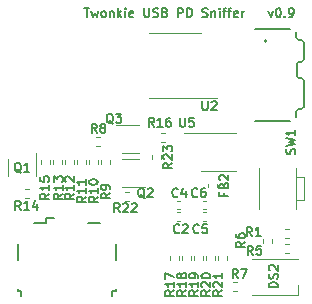
<source format=gto>
%TF.GenerationSoftware,KiCad,Pcbnew,(5.1.7)-1*%
%TF.CreationDate,2020-11-06T21:26:38+01:00*%
%TF.ProjectId,twonkie,74776f6e-6b69-4652-9e6b-696361645f70,rev?*%
%TF.SameCoordinates,PX448d510PY20b3950*%
%TF.FileFunction,Legend,Top*%
%TF.FilePolarity,Positive*%
%FSLAX46Y46*%
G04 Gerber Fmt 4.6, Leading zero omitted, Abs format (unit mm)*
G04 Created by KiCad (PCBNEW (5.1.7)-1) date 2020-11-06 21:26:38*
%MOMM*%
%LPD*%
G01*
G04 APERTURE LIST*
%ADD10C,0.127000*%
%ADD11C,0.120000*%
%ADD12C,0.150000*%
%ADD13C,0.200000*%
G04 APERTURE END LIST*
D10*
X22396450Y-979714D02*
X22577878Y-1487714D01*
X22759307Y-979714D01*
X23194735Y-725714D02*
X23267307Y-725714D01*
X23339878Y-762000D01*
X23376164Y-798285D01*
X23412450Y-870857D01*
X23448735Y-1016000D01*
X23448735Y-1197428D01*
X23412450Y-1342571D01*
X23376164Y-1415142D01*
X23339878Y-1451428D01*
X23267307Y-1487714D01*
X23194735Y-1487714D01*
X23122164Y-1451428D01*
X23085878Y-1415142D01*
X23049592Y-1342571D01*
X23013307Y-1197428D01*
X23013307Y-1016000D01*
X23049592Y-870857D01*
X23085878Y-798285D01*
X23122164Y-762000D01*
X23194735Y-725714D01*
X23775307Y-1415142D02*
X23811592Y-1451428D01*
X23775307Y-1487714D01*
X23739021Y-1451428D01*
X23775307Y-1415142D01*
X23775307Y-1487714D01*
X24174450Y-1487714D02*
X24319592Y-1487714D01*
X24392164Y-1451428D01*
X24428450Y-1415142D01*
X24501021Y-1306285D01*
X24537307Y-1161142D01*
X24537307Y-870857D01*
X24501021Y-798285D01*
X24464735Y-762000D01*
X24392164Y-725714D01*
X24247021Y-725714D01*
X24174450Y-762000D01*
X24138164Y-798285D01*
X24101878Y-870857D01*
X24101878Y-1052285D01*
X24138164Y-1124857D01*
X24174450Y-1161142D01*
X24247021Y-1197428D01*
X24392164Y-1197428D01*
X24464735Y-1161142D01*
X24501021Y-1124857D01*
X24537307Y-1052285D01*
X6803571Y-725714D02*
X7239000Y-725714D01*
X7021285Y-1487714D02*
X7021285Y-725714D01*
X7420428Y-979714D02*
X7565571Y-1487714D01*
X7710714Y-1124857D01*
X7855857Y-1487714D01*
X8001000Y-979714D01*
X8400142Y-1487714D02*
X8327571Y-1451428D01*
X8291285Y-1415142D01*
X8255000Y-1342571D01*
X8255000Y-1124857D01*
X8291285Y-1052285D01*
X8327571Y-1016000D01*
X8400142Y-979714D01*
X8509000Y-979714D01*
X8581571Y-1016000D01*
X8617857Y-1052285D01*
X8654142Y-1124857D01*
X8654142Y-1342571D01*
X8617857Y-1415142D01*
X8581571Y-1451428D01*
X8509000Y-1487714D01*
X8400142Y-1487714D01*
X8980714Y-979714D02*
X8980714Y-1487714D01*
X8980714Y-1052285D02*
X9017000Y-1016000D01*
X9089571Y-979714D01*
X9198428Y-979714D01*
X9271000Y-1016000D01*
X9307285Y-1088571D01*
X9307285Y-1487714D01*
X9670142Y-1487714D02*
X9670142Y-725714D01*
X9742714Y-1197428D02*
X9960428Y-1487714D01*
X9960428Y-979714D02*
X9670142Y-1270000D01*
X10287000Y-1487714D02*
X10287000Y-979714D01*
X10287000Y-725714D02*
X10250714Y-762000D01*
X10287000Y-798285D01*
X10323285Y-762000D01*
X10287000Y-725714D01*
X10287000Y-798285D01*
X10940142Y-1451428D02*
X10867571Y-1487714D01*
X10722428Y-1487714D01*
X10649857Y-1451428D01*
X10613571Y-1378857D01*
X10613571Y-1088571D01*
X10649857Y-1016000D01*
X10722428Y-979714D01*
X10867571Y-979714D01*
X10940142Y-1016000D01*
X10976428Y-1088571D01*
X10976428Y-1161142D01*
X10613571Y-1233714D01*
X11883571Y-725714D02*
X11883571Y-1342571D01*
X11919857Y-1415142D01*
X11956142Y-1451428D01*
X12028714Y-1487714D01*
X12173857Y-1487714D01*
X12246428Y-1451428D01*
X12282714Y-1415142D01*
X12319000Y-1342571D01*
X12319000Y-725714D01*
X12645571Y-1451428D02*
X12754428Y-1487714D01*
X12935857Y-1487714D01*
X13008428Y-1451428D01*
X13044714Y-1415142D01*
X13081000Y-1342571D01*
X13081000Y-1270000D01*
X13044714Y-1197428D01*
X13008428Y-1161142D01*
X12935857Y-1124857D01*
X12790714Y-1088571D01*
X12718142Y-1052285D01*
X12681857Y-1016000D01*
X12645571Y-943428D01*
X12645571Y-870857D01*
X12681857Y-798285D01*
X12718142Y-762000D01*
X12790714Y-725714D01*
X12972142Y-725714D01*
X13081000Y-762000D01*
X13661571Y-1088571D02*
X13770428Y-1124857D01*
X13806714Y-1161142D01*
X13843000Y-1233714D01*
X13843000Y-1342571D01*
X13806714Y-1415142D01*
X13770428Y-1451428D01*
X13697857Y-1487714D01*
X13407571Y-1487714D01*
X13407571Y-725714D01*
X13661571Y-725714D01*
X13734142Y-762000D01*
X13770428Y-798285D01*
X13806714Y-870857D01*
X13806714Y-943428D01*
X13770428Y-1016000D01*
X13734142Y-1052285D01*
X13661571Y-1088571D01*
X13407571Y-1088571D01*
X14750142Y-1487714D02*
X14750142Y-725714D01*
X15040428Y-725714D01*
X15113000Y-762000D01*
X15149285Y-798285D01*
X15185571Y-870857D01*
X15185571Y-979714D01*
X15149285Y-1052285D01*
X15113000Y-1088571D01*
X15040428Y-1124857D01*
X14750142Y-1124857D01*
X15512142Y-1487714D02*
X15512142Y-725714D01*
X15693571Y-725714D01*
X15802428Y-762000D01*
X15875000Y-834571D01*
X15911285Y-907142D01*
X15947571Y-1052285D01*
X15947571Y-1161142D01*
X15911285Y-1306285D01*
X15875000Y-1378857D01*
X15802428Y-1451428D01*
X15693571Y-1487714D01*
X15512142Y-1487714D01*
X16818428Y-1451428D02*
X16927285Y-1487714D01*
X17108714Y-1487714D01*
X17181285Y-1451428D01*
X17217571Y-1415142D01*
X17253857Y-1342571D01*
X17253857Y-1270000D01*
X17217571Y-1197428D01*
X17181285Y-1161142D01*
X17108714Y-1124857D01*
X16963571Y-1088571D01*
X16891000Y-1052285D01*
X16854714Y-1016000D01*
X16818428Y-943428D01*
X16818428Y-870857D01*
X16854714Y-798285D01*
X16891000Y-762000D01*
X16963571Y-725714D01*
X17145000Y-725714D01*
X17253857Y-762000D01*
X17580428Y-979714D02*
X17580428Y-1487714D01*
X17580428Y-1052285D02*
X17616714Y-1016000D01*
X17689285Y-979714D01*
X17798142Y-979714D01*
X17870714Y-1016000D01*
X17907000Y-1088571D01*
X17907000Y-1487714D01*
X18269857Y-1487714D02*
X18269857Y-979714D01*
X18269857Y-725714D02*
X18233571Y-762000D01*
X18269857Y-798285D01*
X18306142Y-762000D01*
X18269857Y-725714D01*
X18269857Y-798285D01*
X18523857Y-979714D02*
X18814142Y-979714D01*
X18632714Y-1487714D02*
X18632714Y-834571D01*
X18669000Y-762000D01*
X18741571Y-725714D01*
X18814142Y-725714D01*
X18959285Y-979714D02*
X19249571Y-979714D01*
X19068142Y-1487714D02*
X19068142Y-834571D01*
X19104428Y-762000D01*
X19177000Y-725714D01*
X19249571Y-725714D01*
X19793857Y-1451428D02*
X19721285Y-1487714D01*
X19576142Y-1487714D01*
X19503571Y-1451428D01*
X19467285Y-1378857D01*
X19467285Y-1088571D01*
X19503571Y-1016000D01*
X19576142Y-979714D01*
X19721285Y-979714D01*
X19793857Y-1016000D01*
X19830142Y-1088571D01*
X19830142Y-1161142D01*
X19467285Y-1233714D01*
X20156714Y-1487714D02*
X20156714Y-979714D01*
X20156714Y-1124857D02*
X20193000Y-1052285D01*
X20229285Y-1016000D01*
X20301857Y-979714D01*
X20374428Y-979714D01*
D11*
%TO.C,Q3*%
X10031500Y-12971000D02*
X11431500Y-12971000D01*
X11431500Y-10651000D02*
X9531500Y-10651000D01*
%TO.C,C2*%
X14641565Y-18736900D02*
X14873235Y-18736900D01*
X14641565Y-18016900D02*
X14873235Y-18016900D01*
%TO.C,C4*%
X14641565Y-17733600D02*
X14873235Y-17733600D01*
X14641565Y-17013600D02*
X14873235Y-17013600D01*
D12*
%TO.C,J3*%
X7134000Y-18936000D02*
X8134000Y-18936000D01*
X3534000Y-18936000D02*
X2534000Y-18936000D01*
X3534000Y-18511000D02*
X3534000Y-18936000D01*
X4259000Y-18511000D02*
X3534000Y-18511000D01*
X9484000Y-22086000D02*
X9484000Y-20686000D01*
X9484000Y-24636000D02*
X9484000Y-24486000D01*
X9184000Y-24636000D02*
X9484000Y-24636000D01*
X9184000Y-25086000D02*
X9184000Y-24636000D01*
X1484000Y-24636000D02*
X1484000Y-25086000D01*
X1184000Y-24636000D02*
X1484000Y-24636000D01*
X1184000Y-24486000D02*
X1184000Y-24636000D01*
X1184000Y-20686000D02*
X1184000Y-22086000D01*
D11*
%TO.C,R14*%
X1800879Y-16763000D02*
X2136121Y-16763000D01*
X1800879Y-16003000D02*
X2136121Y-16003000D01*
%TO.C,R16*%
X13294379Y-12064000D02*
X13629621Y-12064000D01*
X13294379Y-11304000D02*
X13629621Y-11304000D01*
%TO.C,SW1*%
X24727500Y-15052000D02*
X25377500Y-15052000D01*
X25377500Y-15052000D02*
X25377500Y-16952000D01*
X25377500Y-16952000D02*
X24727500Y-16952000D01*
X21627500Y-17752000D02*
X21627500Y-14252000D01*
X24727500Y-14252000D02*
X24727500Y-17752000D01*
D13*
%TO.C,J1*%
X22250000Y-3525000D02*
G75*
G03*
X22250000Y-3525000I-100000J0D01*
G01*
D10*
X24750000Y-9950000D02*
X24750000Y-9500000D01*
X24950000Y-9300000D02*
X25200000Y-9300000D01*
X25400000Y-9100000D02*
X25400000Y-6850000D01*
X25200000Y-6650000D02*
X25000000Y-6650000D01*
X24800000Y-6450000D02*
X24800000Y-5450000D01*
X25000000Y-5250000D02*
X25200000Y-5250000D01*
X25400000Y-5050000D02*
X25400000Y-3600000D01*
X25200000Y-3400000D02*
X24950000Y-3400000D01*
X24750000Y-3200000D02*
X24750000Y-2750000D01*
X24250000Y-10250000D02*
X21250000Y-10250000D01*
X24250000Y-2450000D02*
X21250000Y-2450000D01*
X24950000Y-3400000D02*
G75*
G02*
X24750000Y-3200000I0J200000D01*
G01*
X25400000Y-3600000D02*
G75*
G03*
X25200000Y-3400000I-200000J0D01*
G01*
X25200000Y-5250000D02*
G75*
G03*
X25400000Y-5050000I0J200000D01*
G01*
X24800000Y-5450000D02*
G75*
G02*
X25000000Y-5250000I200000J0D01*
G01*
X25000000Y-6650000D02*
G75*
G02*
X24800000Y-6450000I0J200000D01*
G01*
X25400000Y-6850000D02*
G75*
G03*
X25200000Y-6650000I-200000J0D01*
G01*
X25200000Y-9300000D02*
G75*
G03*
X25400000Y-9100000I0J200000D01*
G01*
X24750000Y-9500000D02*
G75*
G02*
X24950000Y-9300000I200000J0D01*
G01*
D11*
%TO.C,U2*%
X14478000Y-2853000D02*
X12278000Y-2853000D01*
X14478000Y-2853000D02*
X16678000Y-2853000D01*
X14478000Y-8323000D02*
X12278000Y-8323000D01*
X14478000Y-8323000D02*
X18078000Y-8323000D01*
%TO.C,U5*%
X18161000Y-11280500D02*
X15236000Y-11280500D01*
X18161000Y-11280500D02*
X19661000Y-11280500D01*
X18161000Y-14500500D02*
X16661000Y-14500500D01*
X18161000Y-14500500D02*
X19661000Y-14500500D01*
%TO.C,R23*%
X12574000Y-13167379D02*
X12574000Y-13502621D01*
X13334000Y-13167379D02*
X13334000Y-13502621D01*
%TO.C,R22*%
X10581621Y-16257000D02*
X10246379Y-16257000D01*
X10581621Y-17017000D02*
X10246379Y-17017000D01*
%TO.C,R21*%
X18098500Y-21739879D02*
X18098500Y-22075121D01*
X18858500Y-21739879D02*
X18858500Y-22075121D01*
%TO.C,R20*%
X17082500Y-21739879D02*
X17082500Y-22075121D01*
X17842500Y-21739879D02*
X17842500Y-22075121D01*
%TO.C,R19*%
X16066500Y-21739879D02*
X16066500Y-22075121D01*
X16826500Y-21739879D02*
X16826500Y-22075121D01*
%TO.C,R18*%
X15050500Y-21739879D02*
X15050500Y-22075121D01*
X15810500Y-21739879D02*
X15810500Y-22075121D01*
%TO.C,R17*%
X14034500Y-21739879D02*
X14034500Y-22075121D01*
X14794500Y-21739879D02*
X14794500Y-22075121D01*
%TO.C,R15*%
X3112500Y-13548379D02*
X3112500Y-13883621D01*
X3872500Y-13548379D02*
X3872500Y-13883621D01*
%TO.C,R13*%
X4888500Y-13883621D02*
X4888500Y-13548379D01*
X4128500Y-13883621D02*
X4128500Y-13548379D01*
%TO.C,R12*%
X5904500Y-13883621D02*
X5904500Y-13548379D01*
X5144500Y-13883621D02*
X5144500Y-13548379D01*
%TO.C,R11*%
X6920500Y-13883621D02*
X6920500Y-13548379D01*
X6160500Y-13883621D02*
X6160500Y-13548379D01*
%TO.C,R10*%
X7936500Y-13883621D02*
X7936500Y-13548379D01*
X7176500Y-13883621D02*
X7176500Y-13548379D01*
%TO.C,R9*%
X8952500Y-13883621D02*
X8952500Y-13548379D01*
X8192500Y-13883621D02*
X8192500Y-13548379D01*
%TO.C,R8*%
X8105121Y-11621500D02*
X7769879Y-11621500D01*
X8105121Y-12381500D02*
X7769879Y-12381500D01*
%TO.C,R7*%
X19725621Y-23877000D02*
X19390379Y-23877000D01*
X19725621Y-24637000D02*
X19390379Y-24637000D01*
%TO.C,R6*%
X22732000Y-20614621D02*
X22732000Y-20279379D01*
X21972000Y-20614621D02*
X21972000Y-20279379D01*
%TO.C,R5*%
X24170621Y-20702000D02*
X23835379Y-20702000D01*
X24170621Y-21462000D02*
X23835379Y-21462000D01*
%TO.C,R1*%
X23835379Y-20192000D02*
X24170621Y-20192000D01*
X23835379Y-19432000D02*
X24170621Y-19432000D01*
%TO.C,Q2*%
X11431500Y-13508500D02*
X10031500Y-13508500D01*
X10031500Y-15828500D02*
X11931500Y-15828500D01*
%TO.C,Q1*%
X364000Y-13524000D02*
X364000Y-14924000D01*
X2684000Y-14924000D02*
X2684000Y-13024000D01*
%TO.C,FB2*%
X18013000Y-15848200D02*
X18013000Y-15647800D01*
X17293000Y-15848200D02*
X17293000Y-15647800D01*
%TO.C,DS2*%
X24937000Y-21995000D02*
X21037000Y-21995000D01*
X24937000Y-24995000D02*
X21037000Y-24995000D01*
X24937000Y-24195000D02*
X24937000Y-24995000D01*
%TO.C,C6*%
X17108435Y-17013600D02*
X16876765Y-17013600D01*
X17108435Y-17733600D02*
X16876765Y-17733600D01*
%TO.C,C5*%
X17108435Y-18016900D02*
X16876765Y-18016900D01*
X17108435Y-18736900D02*
X16876765Y-18736900D01*
%TO.C,*%
D12*
%TO.C,Q3*%
D10*
X9261928Y-10513785D02*
X9189357Y-10477500D01*
X9116785Y-10404928D01*
X9007928Y-10296071D01*
X8935357Y-10259785D01*
X8862785Y-10259785D01*
X8899071Y-10441214D02*
X8826500Y-10404928D01*
X8753928Y-10332357D01*
X8717642Y-10187214D01*
X8717642Y-9933214D01*
X8753928Y-9788071D01*
X8826500Y-9715500D01*
X8899071Y-9679214D01*
X9044214Y-9679214D01*
X9116785Y-9715500D01*
X9189357Y-9788071D01*
X9225642Y-9933214D01*
X9225642Y-10187214D01*
X9189357Y-10332357D01*
X9116785Y-10404928D01*
X9044214Y-10441214D01*
X8899071Y-10441214D01*
X9479642Y-9679214D02*
X9951357Y-9679214D01*
X9697357Y-9969500D01*
X9806214Y-9969500D01*
X9878785Y-10005785D01*
X9915071Y-10042071D01*
X9951357Y-10114642D01*
X9951357Y-10296071D01*
X9915071Y-10368642D01*
X9878785Y-10404928D01*
X9806214Y-10441214D01*
X9588500Y-10441214D01*
X9515928Y-10404928D01*
X9479642Y-10368642D01*
%TO.C,C2*%
X14859000Y-19703142D02*
X14822714Y-19739428D01*
X14713857Y-19775714D01*
X14641285Y-19775714D01*
X14532428Y-19739428D01*
X14459857Y-19666857D01*
X14423571Y-19594285D01*
X14387285Y-19449142D01*
X14387285Y-19340285D01*
X14423571Y-19195142D01*
X14459857Y-19122571D01*
X14532428Y-19050000D01*
X14641285Y-19013714D01*
X14713857Y-19013714D01*
X14822714Y-19050000D01*
X14859000Y-19086285D01*
X15149285Y-19086285D02*
X15185571Y-19050000D01*
X15258142Y-19013714D01*
X15439571Y-19013714D01*
X15512142Y-19050000D01*
X15548428Y-19086285D01*
X15584714Y-19158857D01*
X15584714Y-19231428D01*
X15548428Y-19340285D01*
X15113000Y-19775714D01*
X15584714Y-19775714D01*
%TO.C,C4*%
X14732000Y-16655142D02*
X14695714Y-16691428D01*
X14586857Y-16727714D01*
X14514285Y-16727714D01*
X14405428Y-16691428D01*
X14332857Y-16618857D01*
X14296571Y-16546285D01*
X14260285Y-16401142D01*
X14260285Y-16292285D01*
X14296571Y-16147142D01*
X14332857Y-16074571D01*
X14405428Y-16002000D01*
X14514285Y-15965714D01*
X14586857Y-15965714D01*
X14695714Y-16002000D01*
X14732000Y-16038285D01*
X15385142Y-16219714D02*
X15385142Y-16727714D01*
X15203714Y-15929428D02*
X15022285Y-16473714D01*
X15494000Y-16473714D01*
%TO.C,R14*%
X1415142Y-17807214D02*
X1161142Y-17444357D01*
X979714Y-17807214D02*
X979714Y-17045214D01*
X1270000Y-17045214D01*
X1342571Y-17081500D01*
X1378857Y-17117785D01*
X1415142Y-17190357D01*
X1415142Y-17299214D01*
X1378857Y-17371785D01*
X1342571Y-17408071D01*
X1270000Y-17444357D01*
X979714Y-17444357D01*
X2140857Y-17807214D02*
X1705428Y-17807214D01*
X1923142Y-17807214D02*
X1923142Y-17045214D01*
X1850571Y-17154071D01*
X1778000Y-17226642D01*
X1705428Y-17262928D01*
X2794000Y-17299214D02*
X2794000Y-17807214D01*
X2612571Y-17008928D02*
X2431142Y-17553214D01*
X2902857Y-17553214D01*
%TO.C,R16*%
X12718142Y-10758714D02*
X12464142Y-10395857D01*
X12282714Y-10758714D02*
X12282714Y-9996714D01*
X12573000Y-9996714D01*
X12645571Y-10033000D01*
X12681857Y-10069285D01*
X12718142Y-10141857D01*
X12718142Y-10250714D01*
X12681857Y-10323285D01*
X12645571Y-10359571D01*
X12573000Y-10395857D01*
X12282714Y-10395857D01*
X13443857Y-10758714D02*
X13008428Y-10758714D01*
X13226142Y-10758714D02*
X13226142Y-9996714D01*
X13153571Y-10105571D01*
X13081000Y-10178142D01*
X13008428Y-10214428D01*
X14097000Y-9996714D02*
X13951857Y-9996714D01*
X13879285Y-10033000D01*
X13843000Y-10069285D01*
X13770428Y-10178142D01*
X13734142Y-10323285D01*
X13734142Y-10613571D01*
X13770428Y-10686142D01*
X13806714Y-10722428D01*
X13879285Y-10758714D01*
X14024428Y-10758714D01*
X14097000Y-10722428D01*
X14133285Y-10686142D01*
X14169571Y-10613571D01*
X14169571Y-10432142D01*
X14133285Y-10359571D01*
X14097000Y-10323285D01*
X14024428Y-10287000D01*
X13879285Y-10287000D01*
X13806714Y-10323285D01*
X13770428Y-10359571D01*
X13734142Y-10432142D01*
%TO.C,SW1*%
X24628928Y-13081000D02*
X24665214Y-12972142D01*
X24665214Y-12790714D01*
X24628928Y-12718142D01*
X24592642Y-12681857D01*
X24520071Y-12645571D01*
X24447500Y-12645571D01*
X24374928Y-12681857D01*
X24338642Y-12718142D01*
X24302357Y-12790714D01*
X24266071Y-12935857D01*
X24229785Y-13008428D01*
X24193500Y-13044714D01*
X24120928Y-13081000D01*
X24048357Y-13081000D01*
X23975785Y-13044714D01*
X23939500Y-13008428D01*
X23903214Y-12935857D01*
X23903214Y-12754428D01*
X23939500Y-12645571D01*
X23903214Y-12391571D02*
X24665214Y-12210142D01*
X24120928Y-12065000D01*
X24665214Y-11919857D01*
X23903214Y-11738428D01*
X24665214Y-11049000D02*
X24665214Y-11484428D01*
X24665214Y-11266714D02*
X23903214Y-11266714D01*
X24012071Y-11339285D01*
X24084642Y-11411857D01*
X24120928Y-11484428D01*
%TO.C,U2*%
X16818428Y-8599714D02*
X16818428Y-9216571D01*
X16854714Y-9289142D01*
X16891000Y-9325428D01*
X16963571Y-9361714D01*
X17108714Y-9361714D01*
X17181285Y-9325428D01*
X17217571Y-9289142D01*
X17253857Y-9216571D01*
X17253857Y-8599714D01*
X17580428Y-8672285D02*
X17616714Y-8636000D01*
X17689285Y-8599714D01*
X17870714Y-8599714D01*
X17943285Y-8636000D01*
X17979571Y-8672285D01*
X18015857Y-8744857D01*
X18015857Y-8817428D01*
X17979571Y-8926285D01*
X17544142Y-9361714D01*
X18015857Y-9361714D01*
%TO.C,U5*%
X14913428Y-9996714D02*
X14913428Y-10613571D01*
X14949714Y-10686142D01*
X14986000Y-10722428D01*
X15058571Y-10758714D01*
X15203714Y-10758714D01*
X15276285Y-10722428D01*
X15312571Y-10686142D01*
X15348857Y-10613571D01*
X15348857Y-9996714D01*
X16074571Y-9996714D02*
X15711714Y-9996714D01*
X15675428Y-10359571D01*
X15711714Y-10323285D01*
X15784285Y-10287000D01*
X15965714Y-10287000D01*
X16038285Y-10323285D01*
X16074571Y-10359571D01*
X16110857Y-10432142D01*
X16110857Y-10613571D01*
X16074571Y-10686142D01*
X16038285Y-10722428D01*
X15965714Y-10758714D01*
X15784285Y-10758714D01*
X15711714Y-10722428D01*
X15675428Y-10686142D01*
%TO.C,R23*%
X14251214Y-13824857D02*
X13888357Y-14078857D01*
X14251214Y-14260285D02*
X13489214Y-14260285D01*
X13489214Y-13970000D01*
X13525500Y-13897428D01*
X13561785Y-13861142D01*
X13634357Y-13824857D01*
X13743214Y-13824857D01*
X13815785Y-13861142D01*
X13852071Y-13897428D01*
X13888357Y-13970000D01*
X13888357Y-14260285D01*
X13561785Y-13534571D02*
X13525500Y-13498285D01*
X13489214Y-13425714D01*
X13489214Y-13244285D01*
X13525500Y-13171714D01*
X13561785Y-13135428D01*
X13634357Y-13099142D01*
X13706928Y-13099142D01*
X13815785Y-13135428D01*
X14251214Y-13570857D01*
X14251214Y-13099142D01*
X13489214Y-12845142D02*
X13489214Y-12373428D01*
X13779500Y-12627428D01*
X13779500Y-12518571D01*
X13815785Y-12446000D01*
X13852071Y-12409714D01*
X13924642Y-12373428D01*
X14106071Y-12373428D01*
X14178642Y-12409714D01*
X14214928Y-12446000D01*
X14251214Y-12518571D01*
X14251214Y-12736285D01*
X14214928Y-12808857D01*
X14178642Y-12845142D01*
%TO.C,R22*%
X9797142Y-17997714D02*
X9543142Y-17634857D01*
X9361714Y-17997714D02*
X9361714Y-17235714D01*
X9652000Y-17235714D01*
X9724571Y-17272000D01*
X9760857Y-17308285D01*
X9797142Y-17380857D01*
X9797142Y-17489714D01*
X9760857Y-17562285D01*
X9724571Y-17598571D01*
X9652000Y-17634857D01*
X9361714Y-17634857D01*
X10087428Y-17308285D02*
X10123714Y-17272000D01*
X10196285Y-17235714D01*
X10377714Y-17235714D01*
X10450285Y-17272000D01*
X10486571Y-17308285D01*
X10522857Y-17380857D01*
X10522857Y-17453428D01*
X10486571Y-17562285D01*
X10051142Y-17997714D01*
X10522857Y-17997714D01*
X10813142Y-17308285D02*
X10849428Y-17272000D01*
X10922000Y-17235714D01*
X11103428Y-17235714D01*
X11176000Y-17272000D01*
X11212285Y-17308285D01*
X11248571Y-17380857D01*
X11248571Y-17453428D01*
X11212285Y-17562285D01*
X10776857Y-17997714D01*
X11248571Y-17997714D01*
%TO.C,R21*%
X18505714Y-24619857D02*
X18142857Y-24873857D01*
X18505714Y-25055285D02*
X17743714Y-25055285D01*
X17743714Y-24765000D01*
X17780000Y-24692428D01*
X17816285Y-24656142D01*
X17888857Y-24619857D01*
X17997714Y-24619857D01*
X18070285Y-24656142D01*
X18106571Y-24692428D01*
X18142857Y-24765000D01*
X18142857Y-25055285D01*
X17816285Y-24329571D02*
X17780000Y-24293285D01*
X17743714Y-24220714D01*
X17743714Y-24039285D01*
X17780000Y-23966714D01*
X17816285Y-23930428D01*
X17888857Y-23894142D01*
X17961428Y-23894142D01*
X18070285Y-23930428D01*
X18505714Y-24365857D01*
X18505714Y-23894142D01*
X18505714Y-23168428D02*
X18505714Y-23603857D01*
X18505714Y-23386142D02*
X17743714Y-23386142D01*
X17852571Y-23458714D01*
X17925142Y-23531285D01*
X17961428Y-23603857D01*
%TO.C,R20*%
X17489714Y-24619857D02*
X17126857Y-24873857D01*
X17489714Y-25055285D02*
X16727714Y-25055285D01*
X16727714Y-24765000D01*
X16764000Y-24692428D01*
X16800285Y-24656142D01*
X16872857Y-24619857D01*
X16981714Y-24619857D01*
X17054285Y-24656142D01*
X17090571Y-24692428D01*
X17126857Y-24765000D01*
X17126857Y-25055285D01*
X16800285Y-24329571D02*
X16764000Y-24293285D01*
X16727714Y-24220714D01*
X16727714Y-24039285D01*
X16764000Y-23966714D01*
X16800285Y-23930428D01*
X16872857Y-23894142D01*
X16945428Y-23894142D01*
X17054285Y-23930428D01*
X17489714Y-24365857D01*
X17489714Y-23894142D01*
X16727714Y-23422428D02*
X16727714Y-23349857D01*
X16764000Y-23277285D01*
X16800285Y-23241000D01*
X16872857Y-23204714D01*
X17018000Y-23168428D01*
X17199428Y-23168428D01*
X17344571Y-23204714D01*
X17417142Y-23241000D01*
X17453428Y-23277285D01*
X17489714Y-23349857D01*
X17489714Y-23422428D01*
X17453428Y-23495000D01*
X17417142Y-23531285D01*
X17344571Y-23567571D01*
X17199428Y-23603857D01*
X17018000Y-23603857D01*
X16872857Y-23567571D01*
X16800285Y-23531285D01*
X16764000Y-23495000D01*
X16727714Y-23422428D01*
%TO.C,R19*%
X16473714Y-24619857D02*
X16110857Y-24873857D01*
X16473714Y-25055285D02*
X15711714Y-25055285D01*
X15711714Y-24765000D01*
X15748000Y-24692428D01*
X15784285Y-24656142D01*
X15856857Y-24619857D01*
X15965714Y-24619857D01*
X16038285Y-24656142D01*
X16074571Y-24692428D01*
X16110857Y-24765000D01*
X16110857Y-25055285D01*
X16473714Y-23894142D02*
X16473714Y-24329571D01*
X16473714Y-24111857D02*
X15711714Y-24111857D01*
X15820571Y-24184428D01*
X15893142Y-24257000D01*
X15929428Y-24329571D01*
X16473714Y-23531285D02*
X16473714Y-23386142D01*
X16437428Y-23313571D01*
X16401142Y-23277285D01*
X16292285Y-23204714D01*
X16147142Y-23168428D01*
X15856857Y-23168428D01*
X15784285Y-23204714D01*
X15748000Y-23241000D01*
X15711714Y-23313571D01*
X15711714Y-23458714D01*
X15748000Y-23531285D01*
X15784285Y-23567571D01*
X15856857Y-23603857D01*
X16038285Y-23603857D01*
X16110857Y-23567571D01*
X16147142Y-23531285D01*
X16183428Y-23458714D01*
X16183428Y-23313571D01*
X16147142Y-23241000D01*
X16110857Y-23204714D01*
X16038285Y-23168428D01*
%TO.C,R18*%
X15457714Y-24619857D02*
X15094857Y-24873857D01*
X15457714Y-25055285D02*
X14695714Y-25055285D01*
X14695714Y-24765000D01*
X14732000Y-24692428D01*
X14768285Y-24656142D01*
X14840857Y-24619857D01*
X14949714Y-24619857D01*
X15022285Y-24656142D01*
X15058571Y-24692428D01*
X15094857Y-24765000D01*
X15094857Y-25055285D01*
X15457714Y-23894142D02*
X15457714Y-24329571D01*
X15457714Y-24111857D02*
X14695714Y-24111857D01*
X14804571Y-24184428D01*
X14877142Y-24257000D01*
X14913428Y-24329571D01*
X15022285Y-23458714D02*
X14986000Y-23531285D01*
X14949714Y-23567571D01*
X14877142Y-23603857D01*
X14840857Y-23603857D01*
X14768285Y-23567571D01*
X14732000Y-23531285D01*
X14695714Y-23458714D01*
X14695714Y-23313571D01*
X14732000Y-23241000D01*
X14768285Y-23204714D01*
X14840857Y-23168428D01*
X14877142Y-23168428D01*
X14949714Y-23204714D01*
X14986000Y-23241000D01*
X15022285Y-23313571D01*
X15022285Y-23458714D01*
X15058571Y-23531285D01*
X15094857Y-23567571D01*
X15167428Y-23603857D01*
X15312571Y-23603857D01*
X15385142Y-23567571D01*
X15421428Y-23531285D01*
X15457714Y-23458714D01*
X15457714Y-23313571D01*
X15421428Y-23241000D01*
X15385142Y-23204714D01*
X15312571Y-23168428D01*
X15167428Y-23168428D01*
X15094857Y-23204714D01*
X15058571Y-23241000D01*
X15022285Y-23313571D01*
%TO.C,R17*%
X14441714Y-24619857D02*
X14078857Y-24873857D01*
X14441714Y-25055285D02*
X13679714Y-25055285D01*
X13679714Y-24765000D01*
X13716000Y-24692428D01*
X13752285Y-24656142D01*
X13824857Y-24619857D01*
X13933714Y-24619857D01*
X14006285Y-24656142D01*
X14042571Y-24692428D01*
X14078857Y-24765000D01*
X14078857Y-25055285D01*
X14441714Y-23894142D02*
X14441714Y-24329571D01*
X14441714Y-24111857D02*
X13679714Y-24111857D01*
X13788571Y-24184428D01*
X13861142Y-24257000D01*
X13897428Y-24329571D01*
X13679714Y-23640142D02*
X13679714Y-23132142D01*
X14441714Y-23458714D01*
%TO.C,R15*%
X3837214Y-16428357D02*
X3474357Y-16682357D01*
X3837214Y-16863785D02*
X3075214Y-16863785D01*
X3075214Y-16573500D01*
X3111500Y-16500928D01*
X3147785Y-16464642D01*
X3220357Y-16428357D01*
X3329214Y-16428357D01*
X3401785Y-16464642D01*
X3438071Y-16500928D01*
X3474357Y-16573500D01*
X3474357Y-16863785D01*
X3837214Y-15702642D02*
X3837214Y-16138071D01*
X3837214Y-15920357D02*
X3075214Y-15920357D01*
X3184071Y-15992928D01*
X3256642Y-16065500D01*
X3292928Y-16138071D01*
X3075214Y-15013214D02*
X3075214Y-15376071D01*
X3438071Y-15412357D01*
X3401785Y-15376071D01*
X3365500Y-15303500D01*
X3365500Y-15122071D01*
X3401785Y-15049500D01*
X3438071Y-15013214D01*
X3510642Y-14976928D01*
X3692071Y-14976928D01*
X3764642Y-15013214D01*
X3800928Y-15049500D01*
X3837214Y-15122071D01*
X3837214Y-15303500D01*
X3800928Y-15376071D01*
X3764642Y-15412357D01*
%TO.C,R13*%
X4980214Y-16428357D02*
X4617357Y-16682357D01*
X4980214Y-16863785D02*
X4218214Y-16863785D01*
X4218214Y-16573500D01*
X4254500Y-16500928D01*
X4290785Y-16464642D01*
X4363357Y-16428357D01*
X4472214Y-16428357D01*
X4544785Y-16464642D01*
X4581071Y-16500928D01*
X4617357Y-16573500D01*
X4617357Y-16863785D01*
X4980214Y-15702642D02*
X4980214Y-16138071D01*
X4980214Y-15920357D02*
X4218214Y-15920357D01*
X4327071Y-15992928D01*
X4399642Y-16065500D01*
X4435928Y-16138071D01*
X4218214Y-15448642D02*
X4218214Y-14976928D01*
X4508500Y-15230928D01*
X4508500Y-15122071D01*
X4544785Y-15049500D01*
X4581071Y-15013214D01*
X4653642Y-14976928D01*
X4835071Y-14976928D01*
X4907642Y-15013214D01*
X4943928Y-15049500D01*
X4980214Y-15122071D01*
X4980214Y-15339785D01*
X4943928Y-15412357D01*
X4907642Y-15448642D01*
%TO.C,R12*%
X5932714Y-16428357D02*
X5569857Y-16682357D01*
X5932714Y-16863785D02*
X5170714Y-16863785D01*
X5170714Y-16573500D01*
X5207000Y-16500928D01*
X5243285Y-16464642D01*
X5315857Y-16428357D01*
X5424714Y-16428357D01*
X5497285Y-16464642D01*
X5533571Y-16500928D01*
X5569857Y-16573500D01*
X5569857Y-16863785D01*
X5932714Y-15702642D02*
X5932714Y-16138071D01*
X5932714Y-15920357D02*
X5170714Y-15920357D01*
X5279571Y-15992928D01*
X5352142Y-16065500D01*
X5388428Y-16138071D01*
X5243285Y-15412357D02*
X5207000Y-15376071D01*
X5170714Y-15303500D01*
X5170714Y-15122071D01*
X5207000Y-15049500D01*
X5243285Y-15013214D01*
X5315857Y-14976928D01*
X5388428Y-14976928D01*
X5497285Y-15013214D01*
X5932714Y-15448642D01*
X5932714Y-14976928D01*
%TO.C,R11*%
X6948714Y-16682357D02*
X6585857Y-16936357D01*
X6948714Y-17117785D02*
X6186714Y-17117785D01*
X6186714Y-16827500D01*
X6223000Y-16754928D01*
X6259285Y-16718642D01*
X6331857Y-16682357D01*
X6440714Y-16682357D01*
X6513285Y-16718642D01*
X6549571Y-16754928D01*
X6585857Y-16827500D01*
X6585857Y-17117785D01*
X6948714Y-15956642D02*
X6948714Y-16392071D01*
X6948714Y-16174357D02*
X6186714Y-16174357D01*
X6295571Y-16246928D01*
X6368142Y-16319500D01*
X6404428Y-16392071D01*
X6948714Y-15230928D02*
X6948714Y-15666357D01*
X6948714Y-15448642D02*
X6186714Y-15448642D01*
X6295571Y-15521214D01*
X6368142Y-15593785D01*
X6404428Y-15666357D01*
%TO.C,R10*%
X7964714Y-16682357D02*
X7601857Y-16936357D01*
X7964714Y-17117785D02*
X7202714Y-17117785D01*
X7202714Y-16827500D01*
X7239000Y-16754928D01*
X7275285Y-16718642D01*
X7347857Y-16682357D01*
X7456714Y-16682357D01*
X7529285Y-16718642D01*
X7565571Y-16754928D01*
X7601857Y-16827500D01*
X7601857Y-17117785D01*
X7964714Y-15956642D02*
X7964714Y-16392071D01*
X7964714Y-16174357D02*
X7202714Y-16174357D01*
X7311571Y-16246928D01*
X7384142Y-16319500D01*
X7420428Y-16392071D01*
X7202714Y-15484928D02*
X7202714Y-15412357D01*
X7239000Y-15339785D01*
X7275285Y-15303500D01*
X7347857Y-15267214D01*
X7493000Y-15230928D01*
X7674428Y-15230928D01*
X7819571Y-15267214D01*
X7892142Y-15303500D01*
X7928428Y-15339785D01*
X7964714Y-15412357D01*
X7964714Y-15484928D01*
X7928428Y-15557500D01*
X7892142Y-15593785D01*
X7819571Y-15630071D01*
X7674428Y-15666357D01*
X7493000Y-15666357D01*
X7347857Y-15630071D01*
X7275285Y-15593785D01*
X7239000Y-15557500D01*
X7202714Y-15484928D01*
%TO.C,R9*%
X8980714Y-16383000D02*
X8617857Y-16637000D01*
X8980714Y-16818428D02*
X8218714Y-16818428D01*
X8218714Y-16528142D01*
X8255000Y-16455571D01*
X8291285Y-16419285D01*
X8363857Y-16383000D01*
X8472714Y-16383000D01*
X8545285Y-16419285D01*
X8581571Y-16455571D01*
X8617857Y-16528142D01*
X8617857Y-16818428D01*
X8980714Y-16020142D02*
X8980714Y-15875000D01*
X8944428Y-15802428D01*
X8908142Y-15766142D01*
X8799285Y-15693571D01*
X8654142Y-15657285D01*
X8363857Y-15657285D01*
X8291285Y-15693571D01*
X8255000Y-15729857D01*
X8218714Y-15802428D01*
X8218714Y-15947571D01*
X8255000Y-16020142D01*
X8291285Y-16056428D01*
X8363857Y-16092714D01*
X8545285Y-16092714D01*
X8617857Y-16056428D01*
X8654142Y-16020142D01*
X8690428Y-15947571D01*
X8690428Y-15802428D01*
X8654142Y-15729857D01*
X8617857Y-15693571D01*
X8545285Y-15657285D01*
%TO.C,R8*%
X7874000Y-11266714D02*
X7620000Y-10903857D01*
X7438571Y-11266714D02*
X7438571Y-10504714D01*
X7728857Y-10504714D01*
X7801428Y-10541000D01*
X7837714Y-10577285D01*
X7874000Y-10649857D01*
X7874000Y-10758714D01*
X7837714Y-10831285D01*
X7801428Y-10867571D01*
X7728857Y-10903857D01*
X7438571Y-10903857D01*
X8309428Y-10831285D02*
X8236857Y-10795000D01*
X8200571Y-10758714D01*
X8164285Y-10686142D01*
X8164285Y-10649857D01*
X8200571Y-10577285D01*
X8236857Y-10541000D01*
X8309428Y-10504714D01*
X8454571Y-10504714D01*
X8527142Y-10541000D01*
X8563428Y-10577285D01*
X8599714Y-10649857D01*
X8599714Y-10686142D01*
X8563428Y-10758714D01*
X8527142Y-10795000D01*
X8454571Y-10831285D01*
X8309428Y-10831285D01*
X8236857Y-10867571D01*
X8200571Y-10903857D01*
X8164285Y-10976428D01*
X8164285Y-11121571D01*
X8200571Y-11194142D01*
X8236857Y-11230428D01*
X8309428Y-11266714D01*
X8454571Y-11266714D01*
X8527142Y-11230428D01*
X8563428Y-11194142D01*
X8599714Y-11121571D01*
X8599714Y-10976428D01*
X8563428Y-10903857D01*
X8527142Y-10867571D01*
X8454571Y-10831285D01*
%TO.C,R7*%
X19812000Y-23585714D02*
X19558000Y-23222857D01*
X19376571Y-23585714D02*
X19376571Y-22823714D01*
X19666857Y-22823714D01*
X19739428Y-22860000D01*
X19775714Y-22896285D01*
X19812000Y-22968857D01*
X19812000Y-23077714D01*
X19775714Y-23150285D01*
X19739428Y-23186571D01*
X19666857Y-23222857D01*
X19376571Y-23222857D01*
X20066000Y-22823714D02*
X20574000Y-22823714D01*
X20247428Y-23585714D01*
%TO.C,R6*%
X20410714Y-20510500D02*
X20047857Y-20764500D01*
X20410714Y-20945928D02*
X19648714Y-20945928D01*
X19648714Y-20655642D01*
X19685000Y-20583071D01*
X19721285Y-20546785D01*
X19793857Y-20510500D01*
X19902714Y-20510500D01*
X19975285Y-20546785D01*
X20011571Y-20583071D01*
X20047857Y-20655642D01*
X20047857Y-20945928D01*
X19648714Y-19857357D02*
X19648714Y-20002500D01*
X19685000Y-20075071D01*
X19721285Y-20111357D01*
X19830142Y-20183928D01*
X19975285Y-20220214D01*
X20265571Y-20220214D01*
X20338142Y-20183928D01*
X20374428Y-20147642D01*
X20410714Y-20075071D01*
X20410714Y-19929928D01*
X20374428Y-19857357D01*
X20338142Y-19821071D01*
X20265571Y-19784785D01*
X20084142Y-19784785D01*
X20011571Y-19821071D01*
X19975285Y-19857357D01*
X19939000Y-19929928D01*
X19939000Y-20075071D01*
X19975285Y-20147642D01*
X20011571Y-20183928D01*
X20084142Y-20220214D01*
%TO.C,R5*%
X21082000Y-21617214D02*
X20828000Y-21254357D01*
X20646571Y-21617214D02*
X20646571Y-20855214D01*
X20936857Y-20855214D01*
X21009428Y-20891500D01*
X21045714Y-20927785D01*
X21082000Y-21000357D01*
X21082000Y-21109214D01*
X21045714Y-21181785D01*
X21009428Y-21218071D01*
X20936857Y-21254357D01*
X20646571Y-21254357D01*
X21771428Y-20855214D02*
X21408571Y-20855214D01*
X21372285Y-21218071D01*
X21408571Y-21181785D01*
X21481142Y-21145500D01*
X21662571Y-21145500D01*
X21735142Y-21181785D01*
X21771428Y-21218071D01*
X21807714Y-21290642D01*
X21807714Y-21472071D01*
X21771428Y-21544642D01*
X21735142Y-21580928D01*
X21662571Y-21617214D01*
X21481142Y-21617214D01*
X21408571Y-21580928D01*
X21372285Y-21544642D01*
%TO.C,R1*%
X21018500Y-20029714D02*
X20764500Y-19666857D01*
X20583071Y-20029714D02*
X20583071Y-19267714D01*
X20873357Y-19267714D01*
X20945928Y-19304000D01*
X20982214Y-19340285D01*
X21018500Y-19412857D01*
X21018500Y-19521714D01*
X20982214Y-19594285D01*
X20945928Y-19630571D01*
X20873357Y-19666857D01*
X20583071Y-19666857D01*
X21744214Y-20029714D02*
X21308785Y-20029714D01*
X21526500Y-20029714D02*
X21526500Y-19267714D01*
X21453928Y-19376571D01*
X21381357Y-19449142D01*
X21308785Y-19485428D01*
%TO.C,Q2*%
X11928928Y-16800285D02*
X11856357Y-16764000D01*
X11783785Y-16691428D01*
X11674928Y-16582571D01*
X11602357Y-16546285D01*
X11529785Y-16546285D01*
X11566071Y-16727714D02*
X11493500Y-16691428D01*
X11420928Y-16618857D01*
X11384642Y-16473714D01*
X11384642Y-16219714D01*
X11420928Y-16074571D01*
X11493500Y-16002000D01*
X11566071Y-15965714D01*
X11711214Y-15965714D01*
X11783785Y-16002000D01*
X11856357Y-16074571D01*
X11892642Y-16219714D01*
X11892642Y-16473714D01*
X11856357Y-16618857D01*
X11783785Y-16691428D01*
X11711214Y-16727714D01*
X11566071Y-16727714D01*
X12182928Y-16038285D02*
X12219214Y-16002000D01*
X12291785Y-15965714D01*
X12473214Y-15965714D01*
X12545785Y-16002000D01*
X12582071Y-16038285D01*
X12618357Y-16110857D01*
X12618357Y-16183428D01*
X12582071Y-16292285D01*
X12146642Y-16727714D01*
X12618357Y-16727714D01*
%TO.C,Q1*%
X1451428Y-14641285D02*
X1378857Y-14605000D01*
X1306285Y-14532428D01*
X1197428Y-14423571D01*
X1124857Y-14387285D01*
X1052285Y-14387285D01*
X1088571Y-14568714D02*
X1016000Y-14532428D01*
X943428Y-14459857D01*
X907142Y-14314714D01*
X907142Y-14060714D01*
X943428Y-13915571D01*
X1016000Y-13843000D01*
X1088571Y-13806714D01*
X1233714Y-13806714D01*
X1306285Y-13843000D01*
X1378857Y-13915571D01*
X1415142Y-14060714D01*
X1415142Y-14314714D01*
X1378857Y-14459857D01*
X1306285Y-14532428D01*
X1233714Y-14568714D01*
X1088571Y-14568714D01*
X2140857Y-14568714D02*
X1705428Y-14568714D01*
X1923142Y-14568714D02*
X1923142Y-13806714D01*
X1850571Y-13915571D01*
X1778000Y-13988142D01*
X1705428Y-14024428D01*
%TO.C,FB2*%
X18614571Y-16383000D02*
X18614571Y-16637000D01*
X19013714Y-16637000D02*
X18251714Y-16637000D01*
X18251714Y-16274142D01*
X18614571Y-15729857D02*
X18650857Y-15621000D01*
X18687142Y-15584714D01*
X18759714Y-15548428D01*
X18868571Y-15548428D01*
X18941142Y-15584714D01*
X18977428Y-15621000D01*
X19013714Y-15693571D01*
X19013714Y-15983857D01*
X18251714Y-15983857D01*
X18251714Y-15729857D01*
X18288000Y-15657285D01*
X18324285Y-15621000D01*
X18396857Y-15584714D01*
X18469428Y-15584714D01*
X18542000Y-15621000D01*
X18578285Y-15657285D01*
X18614571Y-15729857D01*
X18614571Y-15983857D01*
X18324285Y-15258142D02*
X18288000Y-15221857D01*
X18251714Y-15149285D01*
X18251714Y-14967857D01*
X18288000Y-14895285D01*
X18324285Y-14859000D01*
X18396857Y-14822714D01*
X18469428Y-14822714D01*
X18578285Y-14859000D01*
X19013714Y-15294428D01*
X19013714Y-14822714D01*
%TO.C,DS2*%
X23204714Y-24356785D02*
X22442714Y-24356785D01*
X22442714Y-24175357D01*
X22479000Y-24066500D01*
X22551571Y-23993928D01*
X22624142Y-23957642D01*
X22769285Y-23921357D01*
X22878142Y-23921357D01*
X23023285Y-23957642D01*
X23095857Y-23993928D01*
X23168428Y-24066500D01*
X23204714Y-24175357D01*
X23204714Y-24356785D01*
X23168428Y-23631071D02*
X23204714Y-23522214D01*
X23204714Y-23340785D01*
X23168428Y-23268214D01*
X23132142Y-23231928D01*
X23059571Y-23195642D01*
X22987000Y-23195642D01*
X22914428Y-23231928D01*
X22878142Y-23268214D01*
X22841857Y-23340785D01*
X22805571Y-23485928D01*
X22769285Y-23558500D01*
X22733000Y-23594785D01*
X22660428Y-23631071D01*
X22587857Y-23631071D01*
X22515285Y-23594785D01*
X22479000Y-23558500D01*
X22442714Y-23485928D01*
X22442714Y-23304500D01*
X22479000Y-23195642D01*
X22515285Y-22905357D02*
X22479000Y-22869071D01*
X22442714Y-22796500D01*
X22442714Y-22615071D01*
X22479000Y-22542500D01*
X22515285Y-22506214D01*
X22587857Y-22469928D01*
X22660428Y-22469928D01*
X22769285Y-22506214D01*
X23204714Y-22941642D01*
X23204714Y-22469928D01*
%TO.C,C6*%
X16383000Y-16655142D02*
X16346714Y-16691428D01*
X16237857Y-16727714D01*
X16165285Y-16727714D01*
X16056428Y-16691428D01*
X15983857Y-16618857D01*
X15947571Y-16546285D01*
X15911285Y-16401142D01*
X15911285Y-16292285D01*
X15947571Y-16147142D01*
X15983857Y-16074571D01*
X16056428Y-16002000D01*
X16165285Y-15965714D01*
X16237857Y-15965714D01*
X16346714Y-16002000D01*
X16383000Y-16038285D01*
X17036142Y-15965714D02*
X16891000Y-15965714D01*
X16818428Y-16002000D01*
X16782142Y-16038285D01*
X16709571Y-16147142D01*
X16673285Y-16292285D01*
X16673285Y-16582571D01*
X16709571Y-16655142D01*
X16745857Y-16691428D01*
X16818428Y-16727714D01*
X16963571Y-16727714D01*
X17036142Y-16691428D01*
X17072428Y-16655142D01*
X17108714Y-16582571D01*
X17108714Y-16401142D01*
X17072428Y-16328571D01*
X17036142Y-16292285D01*
X16963571Y-16256000D01*
X16818428Y-16256000D01*
X16745857Y-16292285D01*
X16709571Y-16328571D01*
X16673285Y-16401142D01*
%TO.C,C5*%
X16510000Y-19703142D02*
X16473714Y-19739428D01*
X16364857Y-19775714D01*
X16292285Y-19775714D01*
X16183428Y-19739428D01*
X16110857Y-19666857D01*
X16074571Y-19594285D01*
X16038285Y-19449142D01*
X16038285Y-19340285D01*
X16074571Y-19195142D01*
X16110857Y-19122571D01*
X16183428Y-19050000D01*
X16292285Y-19013714D01*
X16364857Y-19013714D01*
X16473714Y-19050000D01*
X16510000Y-19086285D01*
X17199428Y-19013714D02*
X16836571Y-19013714D01*
X16800285Y-19376571D01*
X16836571Y-19340285D01*
X16909142Y-19304000D01*
X17090571Y-19304000D01*
X17163142Y-19340285D01*
X17199428Y-19376571D01*
X17235714Y-19449142D01*
X17235714Y-19630571D01*
X17199428Y-19703142D01*
X17163142Y-19739428D01*
X17090571Y-19775714D01*
X16909142Y-19775714D01*
X16836571Y-19739428D01*
X16800285Y-19703142D01*
%TD*%
M02*

</source>
